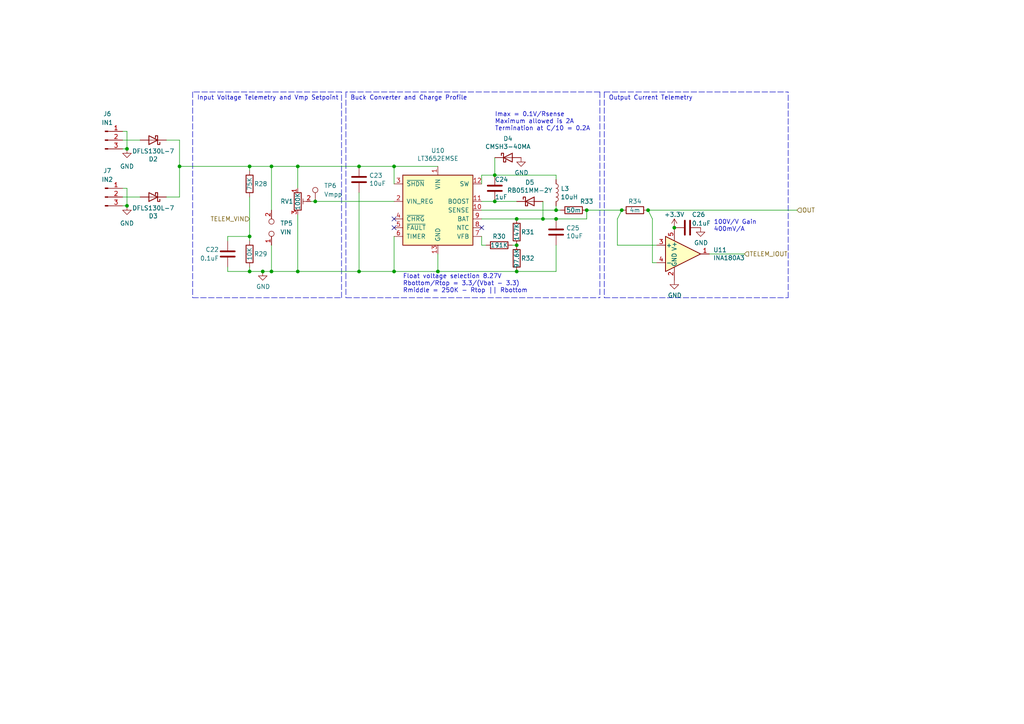
<source format=kicad_sch>
(kicad_sch (version 20211123) (generator eeschema)
  (paper "A4")
  (lib_symbols
    (symbol "Amplifier_Current:INA138" (pin_names (offset 0.127))
      (property "Reference" "U" (at 3.81 5.08 0))
      (property "Value" "INA138" (at 3.81 2.54 0))
      (symbol "INA138_0_1"
        (polyline (pts (xy -5.08 5.08) (xy 5.08 0) (xy -5.08 -5.08) (xy -5.08 5.08)) (stroke (width 0.254)) (fill (type background)))
      )
      (symbol "INA138_1_1"
        (pin output line (at 7.62 0 180) (length 2.54) (name "~") (number "1"))
        (pin power_in line (at -2.54 -7.62 90) (length 3.81) (name "GND") (number "2"))
        (pin input line (at -7.62 2.54 0) (length 2.54) (name "+") (number "3"))
        (pin input line (at -7.62 -2.54 0) (length 2.54) (name "-") (number "4"))
        (pin power_in line (at -2.54 7.62 270) (length 3.81) (name "V+") (number "5"))
      )
    )
    (symbol "Battery_Management:LT3652EMSE" (pin_names (offset 1.016))
      (property "Reference" "U" (at -8.382 11.43 0))
      (property "Value" "LT3652EMSE" (at 1.778 11.684 0))
      (symbol "LT3652EMSE_0_1"
        (rectangle (start -10.16 10.16) (end 10.16 -10.16) (stroke (width 0.254)) (fill (type background)))
      )
      (symbol "LT3652EMSE_1_1"
        (pin power_in line (at 0 12.7 270) (length 2.54) (name "VIN") (number "1"))
        (pin input line (at 12.7 0 180) (length 2.54) (name "SENSE") (number "10"))
        (pin input line (at 12.7 2.54 180) (length 2.54) (name "BOOST") (number "11"))
        (pin output line (at 12.7 7.62 180) (length 2.54) (name "SW") (number "12"))
        (pin power_in line (at 0 -12.7 90) (length 2.54) (name "GND") (number "13"))
        (pin input line (at -12.7 2.54 0) (length 2.54) (name "VIN_REG") (number "2"))
        (pin input line (at -12.7 7.62 0) (length 2.54) (name "~{SHDN}") (number "3"))
        (pin open_collector line (at -12.7 -2.54 0) (length 2.54) (name "~{CHRG}") (number "4"))
        (pin open_collector line (at -12.7 -5.08 0) (length 2.54) (name "~{FAULT}") (number "5"))
        (pin output line (at -12.7 -7.62 0) (length 2.54) (name "TIMER") (number "6"))
        (pin input line (at 12.7 -7.62 180) (length 2.54) (name "VFB") (number "7"))
        (pin input line (at 12.7 -5.08 180) (length 2.54) (name "NTC") (number "8"))
        (pin output line (at 12.7 -2.54 180) (length 2.54) (name "BAT") (number "9"))
      )
    )
    (symbol "Connector:Conn_01x03_Male" (pin_names (offset 1.016) hide)
      (property "Reference" "J" (at 0 5.08 0))
      (property "Value" "Conn_01x03_Male" (at 0 -5.08 0))
      (symbol "Conn_01x03_Male_1_1"
        (polyline (pts (xy 1.27 -2.54) (xy 0.8636 -2.54)) (stroke (width 0.1524)))
        (polyline (pts (xy 1.27 0) (xy 0.8636 0)) (stroke (width 0.1524)))
        (polyline (pts (xy 1.27 2.54) (xy 0.8636 2.54)) (stroke (width 0.1524)))
        (rectangle (start 0.8636 -2.413) (end 0 -2.667) (stroke (width 0.1524)) (fill (type outline)))
        (rectangle (start 0.8636 0.127) (end 0 -0.127) (stroke (width 0.1524)) (fill (type outline)))
        (rectangle (start 0.8636 2.667) (end 0 2.413) (stroke (width 0.1524)) (fill (type outline)))
        (pin passive line (at 5.08 2.54 180) (length 3.81) (name "Pin_1") (number "1"))
        (pin passive line (at 5.08 0 180) (length 3.81) (name "Pin_2") (number "2"))
        (pin passive line (at 5.08 -2.54 180) (length 3.81) (name "Pin_3") (number "3"))
      )
    )
    (symbol "Connector:TestPoint" (pin_numbers hide) (pin_names (offset 0.762) hide)
      (property "Reference" "TP" (at 0 6.858 0))
      (property "Value" "TestPoint" (at 0 5.08 0))
      (symbol "TestPoint_0_1"
        (circle (center 0 3.302) (radius 0.762))
      )
      (symbol "TestPoint_1_1"
        (pin passive line (at 0 0 90) (length 2.54) (name "1") (number "1"))
      )
    )
    (symbol "Connector:TestPoint_2Pole" (pin_names (offset 0.762) hide)
      (property "Reference" "TP" (at 0 1.524 0))
      (property "Value" "TestPoint_2Pole" (at 0 -1.778 0))
      (symbol "TestPoint_2Pole_0_1"
        (circle (center -1.778 0) (radius 0.762))
        (circle (center 1.778 0) (radius 0.762))
        (pin passive line (at -5.08 0 0) (length 2.54) (name "1") (number "1"))
        (pin passive line (at 5.08 0 180) (length 2.54) (name "2") (number "2"))
      )
    )
    (symbol "Device:C" (pin_numbers hide) (pin_names (offset 0.254))
      (property "Reference" "C" (at 0.635 2.54 0))
      (property "Value" "C" (at 0.635 -2.54 0))
      (symbol "C_0_1"
        (polyline (pts (xy -2.032 -0.762) (xy 2.032 -0.762)) (stroke (width 0.508)))
        (polyline (pts (xy -2.032 0.762) (xy 2.032 0.762)) (stroke (width 0.508)))
      )
      (symbol "C_1_1"
        (pin passive line (at 0 3.81 270) (length 2.794) (name "~") (number "1"))
        (pin passive line (at 0 -3.81 90) (length 2.794) (name "~") (number "2"))
      )
    )
    (symbol "Device:D_Schottky" (pin_numbers hide) (pin_names (offset 1.016) hide)
      (property "Reference" "D" (at 0 2.54 0))
      (property "Value" "D_Schottky" (at 0 -2.54 0))
      (symbol "D_Schottky_0_1"
        (polyline (pts (xy 1.27 0) (xy -1.27 0)))
        (polyline (pts (xy 1.27 1.27) (xy 1.27 -1.27) (xy -1.27 0) (xy 1.27 1.27)) (stroke (width 0.254)))
        (polyline (pts (xy -1.905 0.635) (xy -1.905 1.27) (xy -1.27 1.27) (xy -1.27 -1.27) (xy -0.635 -1.27) (xy -0.635 -0.635)) (stroke (width 0.254)))
      )
      (symbol "D_Schottky_1_1"
        (pin passive line (at -3.81 0 0) (length 2.54) (name "K") (number "1"))
        (pin passive line (at 3.81 0 180) (length 2.54) (name "A") (number "2"))
      )
    )
    (symbol "Device:L" (pin_numbers hide) (pin_names (offset 1.016) hide)
      (property "Reference" "L" (at -1.27 0 90))
      (property "Value" "L" (at 1.905 0 90))
      (symbol "L_0_1"
        (arc (start 0 -2.54) (mid 0.635 -1.905) (end 0 -1.27))
        (arc (start 0 -1.27) (mid 0.635 -0.635) (end 0 0))
        (arc (start 0 0) (mid 0.635 0.635) (end 0 1.27))
        (arc (start 0 1.27) (mid 0.635 1.905) (end 0 2.54))
      )
      (symbol "L_1_1"
        (pin passive line (at 0 3.81 270) (length 1.27) (name "1") (number "1"))
        (pin passive line (at 0 -3.81 90) (length 1.27) (name "2") (number "2"))
      )
    )
    (symbol "Device:R" (pin_numbers hide) (pin_names (offset 0))
      (property "Reference" "R" (at 2.032 0 90))
      (property "Value" "R" (at 0 0 90))
      (symbol "R_0_1"
        (rectangle (start -1.016 -2.54) (end 1.016 2.54) (stroke (width 0.254)))
      )
      (symbol "R_1_1"
        (pin passive line (at 0 3.81 270) (length 1.27) (name "~") (number "1"))
        (pin passive line (at 0 -3.81 90) (length 1.27) (name "~") (number "2"))
      )
    )
    (symbol "Device:R_Potentiometer_Trim" (pin_names (offset 1.016) hide)
      (property "Reference" "RV" (at -4.445 0 90))
      (property "Value" "R_Potentiometer_Trim" (at -2.54 0 90))
      (symbol "R_Potentiometer_Trim_0_1"
        (polyline (pts (xy 1.524 0.762) (xy 1.524 -0.762)))
        (polyline (pts (xy 2.54 0) (xy 1.524 0)))
        (rectangle (start 1.016 2.54) (end -1.016 -2.54) (stroke (width 0.254)))
      )
      (symbol "R_Potentiometer_Trim_1_1"
        (pin passive line (at 0 3.81 270) (length 1.27) (name "1") (number "1"))
        (pin passive line (at 3.81 0 180) (length 1.27) (name "2") (number "2"))
        (pin passive line (at 0 -3.81 90) (length 1.27) (name "3") (number "3"))
      )
    )
    (symbol "power:+3.3V" (power) (pin_names (offset 0))
      (property "Value" "+3.3V" (at 0 3.556 0))
      (symbol "+3.3V_0_1"
        (polyline (pts (xy -0.762 1.27) (xy 0 2.54)))
        (polyline (pts (xy 0 0) (xy 0 2.54)))
        (polyline (pts (xy 0 2.54) (xy 0.762 1.27)))
      )
      (symbol "+3.3V_1_1"
        (pin power_in line (at 0 0 90) (length 0) hide (name "+3.3V") (number "1"))
      )
    )
    (symbol "power:GND" (power) (pin_names (offset 0))
      (property "Value" "GND" (at 0 -3.81 0))
      (symbol "GND_0_1"
        (polyline (pts (xy 0 0) (xy 0 -1.27) (xy 1.27 -1.27) (xy 0 -2.54) (xy -1.27 -1.27) (xy 0 -1.27)))
      )
      (symbol "GND_1_1"
        (pin power_in line (at 0 0 270) (length 0) hide (name "GND") (number "1"))
      )
    )
  )
  (junction (at 170.18 60.96))
  (junction (at 180.34 60.96))
  (junction (at 86.36 48.26))
  (junction (at 149.86 71.12))
  (junction (at 114.3 78.74))
  (junction (at 104.14 48.26))
  (junction (at 143.51 50.8))
  (junction (at 52.07 48.26))
  (junction (at 143.51 58.42))
  (junction (at 78.74 78.74))
  (junction (at 157.48 63.5))
  (junction (at 72.39 48.26))
  (junction (at 86.36 78.74))
  (junction (at 127 78.74))
  (junction (at 78.74 48.26))
  (junction (at 72.39 78.74))
  (junction (at 149.86 63.5))
  (junction (at 36.83 59.69))
  (junction (at 149.86 78.74))
  (junction (at 72.39 68.58))
  (junction (at 187.96 60.96))
  (junction (at 114.3 48.26))
  (junction (at 104.14 78.74))
  (junction (at 161.29 63.5))
  (junction (at 76.2 78.74))
  (junction (at 36.83 43.18))
  (junction (at 195.58 66.04))
  (junction (at 91.44 58.42))
  (junction (at 161.29 60.96))
  (no_connect (at 139.7 66.04))
  (no_connect (at 114.3 66.04))
  (no_connect (at 114.3 63.5))
  (wire (pts (xy 72.39 68.58) (xy 72.39 69.85)))
  (wire (pts (xy 36.83 43.18) (xy 36.83 38.1)))
  (wire (pts (xy 143.51 50.8) (xy 143.51 45.72)))
  (wire (pts (xy 36.83 38.1) (xy 35.56 38.1)))
  (wire (pts (xy 114.3 78.74) (xy 104.14 78.74)))
  (wire (pts (xy 149.86 63.5) (xy 139.7 63.5)))
  (wire (pts (xy 72.39 78.74) (xy 66.04 78.74)))
  (polyline (pts (xy 99.06 26.67) (xy 55.88 26.67)))
  (wire (pts (xy 91.44 58.42) (xy 114.3 58.42)))
  (polyline (pts (xy 173.99 26.67) (xy 173.99 86.36)))
  (wire (pts (xy 52.07 48.26) (xy 52.07 57.15)))
  (wire (pts (xy 189.23 63.5) (xy 187.96 60.96)))
  (wire (pts (xy 36.83 54.61) (xy 35.56 54.61)))
  (wire (pts (xy 72.39 49.53) (xy 72.39 48.26)))
  (wire (pts (xy 52.07 40.64) (xy 52.07 48.26)))
  (wire (pts (xy 161.29 78.74) (xy 161.29 71.12)))
  (wire (pts (xy 114.3 53.34) (xy 114.3 48.26)))
  (wire (pts (xy 139.7 60.96) (xy 161.29 60.96)))
  (wire (pts (xy 162.56 60.96) (xy 161.29 60.96)))
  (wire (pts (xy 72.39 57.15) (xy 72.39 68.58)))
  (wire (pts (xy 143.51 50.8) (xy 139.7 50.8)))
  (wire (pts (xy 78.74 78.74) (xy 86.36 78.74)))
  (wire (pts (xy 127 78.74) (xy 114.3 78.74)))
  (polyline (pts (xy 100.33 86.36) (xy 173.99 86.36)))
  (wire (pts (xy 66.04 78.74) (xy 66.04 77.47)))
  (wire (pts (xy 149.86 63.5) (xy 157.48 63.5)))
  (wire (pts (xy 86.36 62.23) (xy 86.36 78.74)))
  (polyline (pts (xy 175.26 26.67) (xy 175.26 86.36)))
  (polyline (pts (xy 55.88 86.36) (xy 99.06 86.36)))
  (wire (pts (xy 161.29 52.07) (xy 161.29 50.8)))
  (wire (pts (xy 161.29 63.5) (xy 170.18 63.5)))
  (wire (pts (xy 149.86 71.12) (xy 148.59 71.12)))
  (polyline (pts (xy 100.33 26.67) (xy 100.33 86.36)))
  (wire (pts (xy 104.14 55.88) (xy 104.14 78.74)))
  (wire (pts (xy 143.51 50.8) (xy 161.29 50.8)))
  (wire (pts (xy 86.36 78.74) (xy 104.14 78.74)))
  (wire (pts (xy 78.74 71.12) (xy 78.74 78.74)))
  (wire (pts (xy 36.83 59.69) (xy 36.83 54.61)))
  (wire (pts (xy 86.36 48.26) (xy 86.36 54.61)))
  (wire (pts (xy 78.74 48.26) (xy 86.36 48.26)))
  (wire (pts (xy 189.23 76.2) (xy 190.5 76.2)))
  (wire (pts (xy 180.34 60.96) (xy 179.07 63.5)))
  (wire (pts (xy 114.3 48.26) (xy 104.14 48.26)))
  (wire (pts (xy 170.18 60.96) (xy 180.34 60.96)))
  (polyline (pts (xy 99.06 86.36) (xy 99.06 26.67)))
  (wire (pts (xy 127 73.66) (xy 127 78.74)))
  (polyline (pts (xy 175.26 86.36) (xy 228.6 86.36)))
  (wire (pts (xy 170.18 63.5) (xy 170.18 60.96)))
  (wire (pts (xy 76.2 78.74) (xy 78.74 78.74)))
  (wire (pts (xy 189.23 63.5) (xy 189.23 76.2)))
  (wire (pts (xy 139.7 58.42) (xy 143.51 58.42)))
  (wire (pts (xy 66.04 69.85) (xy 66.04 68.58)))
  (polyline (pts (xy 173.99 26.67) (xy 100.33 26.67)))
  (wire (pts (xy 179.07 71.12) (xy 190.5 71.12)))
  (polyline (pts (xy 175.26 26.67) (xy 228.6 26.67)))
  (wire (pts (xy 157.48 63.5) (xy 161.29 63.5)))
  (wire (pts (xy 143.51 58.42) (xy 149.86 58.42)))
  (wire (pts (xy 140.97 71.12) (xy 139.7 71.12)))
  (wire (pts (xy 90.17 58.42) (xy 91.44 58.42)))
  (wire (pts (xy 48.26 40.64) (xy 52.07 40.64)))
  (wire (pts (xy 205.74 73.66) (xy 215.9 73.66)))
  (wire (pts (xy 86.36 48.26) (xy 104.14 48.26)))
  (wire (pts (xy 139.7 71.12) (xy 139.7 68.58)))
  (wire (pts (xy 52.07 48.26) (xy 72.39 48.26)))
  (wire (pts (xy 72.39 48.26) (xy 78.74 48.26)))
  (wire (pts (xy 72.39 78.74) (xy 76.2 78.74)))
  (wire (pts (xy 35.56 40.64) (xy 40.64 40.64)))
  (wire (pts (xy 149.86 78.74) (xy 161.29 78.74)))
  (wire (pts (xy 179.07 63.5) (xy 179.07 71.12)))
  (wire (pts (xy 35.56 43.18) (xy 36.83 43.18)))
  (wire (pts (xy 35.56 57.15) (xy 40.64 57.15)))
  (wire (pts (xy 72.39 77.47) (xy 72.39 78.74)))
  (wire (pts (xy 161.29 60.96) (xy 161.29 59.69)))
  (polyline (pts (xy 55.88 26.67) (xy 55.88 86.36)))
  (wire (pts (xy 66.04 68.58) (xy 72.39 68.58)))
  (polyline (pts (xy 228.6 86.36) (xy 228.6 26.67)))
  (wire (pts (xy 114.3 68.58) (xy 114.3 78.74)))
  (wire (pts (xy 139.7 50.8) (xy 139.7 53.34)))
  (wire (pts (xy 187.96 60.96) (xy 231.14 60.96)))
  (wire (pts (xy 157.48 58.42) (xy 157.48 63.5)))
  (wire (pts (xy 35.56 59.69) (xy 36.83 59.69)))
  (wire (pts (xy 114.3 48.26) (xy 127 48.26)))
  (wire (pts (xy 78.74 48.26) (xy 78.74 60.96)))
  (wire (pts (xy 52.07 57.15) (xy 48.26 57.15)))
  (wire (pts (xy 149.86 78.74) (xy 127 78.74)))
  (text "100V/V Gain\n400mV/A" (at 207.01 67.31 0) (effects (font (size 1.27 1.27)) (justify left bottom)))
  (text "Imax = 0.1V/Rsense\nMaximum allowed is 2A\nTermination at C/10 = 0.2A" (at 143.51 38.1 0) (effects (font (size 1.27 1.27)) (justify left bottom)))
  (text "Input Voltage Telemetry and Vmp Setpoint" (at 57.15 29.21 0) (effects (font (size 1.27 1.27)) (justify left bottom)))
  (text "Buck Converter and Charge Profile" (at 101.6 29.21 0) (effects (font (size 1.27 1.27)) (justify left bottom)))
  (text "Output Current Telemetry" (at 176.53 29.21 0) (effects (font (size 1.27 1.27)) (justify left bottom)))
  (text "Float voltage selection 8.27V\nRbottom/Rtop = 3.3/(Vbat - 3.3)\nRmiddle = 250K - Rtop || Rbottom\n" (at 116.84 85.09 0) (effects (font (size 1.27 1.27)) (justify left bottom)))
  (hierarchical_label "TELEM_VIN" (shape input) (at 72.39 63.5 180))
  (hierarchical_label "OUT" (shape input) (at 231.14 60.96 0))
  (hierarchical_label "TELEM_IOUT" (shape input) (at 215.9 73.66 0))
  (symbol (lib_id "Device:R") (at 149.86 74.93 180) (unit 1)
    (property "Reference" "R32" (at 151.13 74.93 0) (effects (justify right)))
    (property "Value" "97.6K" (at 149.86 74.93 90))
    (property "Footprint" "Resistor_SMD:R_0805_2012Metric" (effects hide))
  )
  (symbol (lib_id "Connector:Conn_01x03_Male") (at 30.48 57.15 0) (unit 1)
    (property "Reference" "J7" (at 31.115 49.53 0))
    (property "Value" "IN2" (at 31.115 52.07 0))
    (property "Footprint" "Connector_PinHeader_2.54mm:PinHeader_1x03_P2.54mm_Vertical" (effects hide))
  )
  (symbol (lib_id "Device:R") (at 72.39 73.66 0) (unit 1)
    (property "Reference" "R29" (at 73.66 73.66 0) (effects (justify left)))
    (property "Value" "10K" (at 72.39 73.66 90))
    (property "Footprint" "Resistor_SMD:R_0805_2012Metric" (effects hide))
  )
  (symbol (lib_id "Connector:TestPoint_2Pole") (at 78.74 66.04 90) (unit 1)
    (property "Reference" "TP5" (at 81.28 64.7699 90) (effects (justify right)))
    (property "Value" "VIN" (at 81.28 67.3099 90) (effects (justify right)))
    (property "Footprint" "TestPoint:TestPoint_2Pads_Pitch2.54mm_Drill0.8mm" (effects hide))
  )
  (symbol (lib_id "Device:C") (at 199.39 66.04 90) (unit 1)
    (property "Reference" "C26" (at 200.66 62.23 90) (effects (justify right)))
    (property "Value" "0.1uF" (at 200.66 64.77 90) (effects (justify right)))
    (property "Footprint" "Capacitor_SMD:C_0805_2012Metric" (effects hide))
  )
  (symbol (lib_id "power:GND") (at 151.13 45.72 0) (unit 1)
    (property "Reference" "#PWR054" (effects hide))
    (property "Value" "GND" (at 151.257 50.1142 0))
  )
  (symbol (lib_id "Device:R") (at 166.37 60.96 270) (unit 1)
    (property "Reference" "R33" (at 170.18 58.42 90))
    (property "Value" "50m" (at 166.37 60.96 90))
    (property "Footprint" "Resistor_SMD:R_1206_3216Metric" (effects hide))
  )
  (symbol (lib_id "power:GND") (at 36.83 59.69 0) (unit 1)
    (property "Reference" "#PWR052" (effects hide))
    (property "Value" "GND" (at 36.83 64.77 0))
  )
  (symbol (lib_id "Device:R") (at 144.78 71.12 270) (unit 1)
    (property "Reference" "R30" (at 144.78 68.58 90))
    (property "Value" "191K" (at 144.78 71.12 90))
    (property "Footprint" "Resistor_SMD:R_0805_2012Metric" (effects hide))
  )
  (symbol (lib_id "Connector:TestPoint") (at 91.44 58.42 0) (unit 1)
    (property "Reference" "TP6" (at 93.98 53.8479 0) (effects (justify left)))
    (property "Value" "Vmpp" (at 93.98 56.3879 0) (effects (justify left)))
    (property "Footprint" "TestPoint:TestPoint_Pad_2.0x2.0mm" (effects hide))
  )
  (symbol (lib_id "Device:C") (at 104.14 52.07 0) (unit 1)
    (property "Reference" "C23" (at 107.061 50.9016 0) (effects (justify left)))
    (property "Value" "10uF" (at 107.061 53.213 0) (effects (justify left)))
    (property "Footprint" "Capacitor_SMD:C_0805_2012Metric" (effects hide))
  )
  (symbol (lib_id "Amplifier_Current:INA138") (at 198.12 73.66 0) (unit 1)
    (property "Reference" "U11" (at 206.8576 72.4916 0) (effects (justify left)))
    (property "Value" "INA180A3" (at 206.8576 74.803 0) (effects (justify left)))
    (property "Footprint" "Package_TO_SOT_SMD:SOT-23-5" (effects hide))
    (property "Datasheet" "http://www.ti.com/lit/ds/symlink/ina138.pdf" (effects hide))
  )
  (symbol (lib_id "Device:R") (at 149.86 67.31 180) (unit 1)
    (property "Reference" "R31" (at 151.13 67.31 0) (effects (justify right)))
    (property "Value" "147K" (at 149.86 67.31 90))
    (property "Footprint" "Resistor_SMD:R_0805_2012Metric" (effects hide))
  )
  (symbol (lib_id "Device:R") (at 72.39 53.34 0) (unit 1)
    (property "Reference" "R28" (at 73.66 53.34 0) (effects (justify left)))
    (property "Value" "75K" (at 72.39 53.34 90))
    (property "Footprint" "Resistor_SMD:R_0805_2012Metric" (effects hide))
  )
  (symbol (lib_id "Device:R_Potentiometer_Trim") (at 86.36 58.42 0) (unit 1)
    (property "Reference" "RV1" (at 85.09 58.42 0) (effects (justify right)))
    (property "Value" "100K" (at 86.36 58.42 90))
    (property "Footprint" "piridium-bus:Bourns PVG3A" (effects hide))
  )
  (symbol (lib_id "power:GND") (at 36.83 43.18 0) (unit 1)
    (property "Reference" "#PWR051" (effects hide))
    (property "Value" "GND" (at 36.83 48.26 0))
  )
  (symbol (lib_id "Device:L") (at 161.29 55.88 0) (unit 1)
    (property "Reference" "L3" (at 162.6362 54.7116 0) (effects (justify left)))
    (property "Value" "10uH" (at 162.56 57.15 0) (effects (justify left)))
    (property "Footprint" "Inductor_SMD:L_AVX_LMLP07A7" (effects hide))
  )
  (symbol (lib_id "power:GND") (at 76.2 78.74 0) (unit 1)
    (property "Reference" "#PWR053" (effects hide))
    (property "Value" "GND" (at 76.327 83.1342 0))
  )
  (symbol (lib_id "Connector:Conn_01x03_Male") (at 30.48 40.64 0) (unit 1)
    (property "Reference" "J6" (at 31.115 33.02 0))
    (property "Value" "IN1" (at 31.115 35.56 0))
    (property "Footprint" "Connector_PinHeader_2.54mm:PinHeader_1x03_P2.54mm_Vertical" (effects hide))
  )
  (symbol (lib_id "Device:D_Schottky") (at 44.45 57.15 180) (unit 1)
    (property "Reference" "D3" (at 44.45 62.6618 0))
    (property "Value" "DFLS130L-7" (at 44.45 60.3504 0))
    (property "Footprint" "Diode_SMD:D_SOD-123" (effects hide))
  )
  (symbol (lib_id "Device:D_Schottky") (at 147.32 45.72 0) (unit 1)
    (property "Reference" "D4" (at 147.32 40.2082 0))
    (property "Value" "CMSH3-40MA" (at 147.32 42.5196 0))
    (property "Footprint" "Diode_SMD:D_SMA" (effects hide))
  )
  (symbol (lib_id "Device:C") (at 66.04 73.66 0) (mirror y) (unit 1)
    (property "Reference" "C22" (at 63.5 72.39 0) (effects (justify left)))
    (property "Value" "0.1uF" (at 63.5 74.93 0) (effects (justify left)))
    (property "Footprint" "Capacitor_SMD:C_0805_2012Metric" (effects hide))
  )
  (symbol (lib_id "Device:D_Schottky") (at 44.45 40.64 180) (unit 1)
    (property "Reference" "D2" (at 44.45 46.1518 0))
    (property "Value" "DFLS130L-7" (at 44.45 43.8404 0))
    (property "Footprint" "Diode_SMD:D_SOD-123" (effects hide))
  )
  (symbol (lib_id "Device:R") (at 184.15 60.96 270) (unit 1)
    (property "Reference" "R34" (at 184.15 58.42 90))
    (property "Value" "4m" (at 184.15 60.96 90))
    (property "Footprint" "Resistor_SMD:R_1206_3216Metric" (effects hide))
  )
  (symbol (lib_id "power:+3.3V") (at 195.58 66.04 0) (unit 1)
    (property "Reference" "#PWR055" (effects hide))
    (property "Value" "+3.3V" (at 195.58 62.23 0))
  )
  (symbol (lib_id "power:GND") (at 195.58 81.28 0) (unit 1)
    (property "Reference" "#PWR056" (effects hide))
    (property "Value" "GND" (at 195.707 85.6742 0))
  )
  (symbol (lib_id "Device:C") (at 143.51 54.61 0) (unit 1)
    (property "Reference" "C24" (at 143.51 52.07 0) (effects (justify left)))
    (property "Value" "1uF" (at 143.51 57.15 0) (effects (justify left)))
    (property "Footprint" "Capacitor_SMD:C_0805_2012Metric" (effects hide))
  )
  (symbol (lib_id "Device:D_Schottky") (at 153.67 58.42 0) (unit 1)
    (property "Reference" "D5" (at 153.67 52.9082 0))
    (property "Value" "RB051MM-2Y" (at 153.67 55.2196 0))
    (property "Footprint" "Diode_SMD:D_SOD-123F" (effects hide))
  )
  (symbol (lib_id "Battery_Management:LT3652EMSE") (at 127 60.96 0) (unit 1)
    (property "Reference" "U10" (at 127 43.6626 0))
    (property "Value" "LT3652EMSE" (at 127 45.974 0))
    (property "Footprint" "Package_SO:MSOP-12-1EP_3x4mm_P0.65mm_EP1.65x2.85mm" (effects hide))
    (property "Datasheet" "https://www.analog.com/media/en/technical-documentation/data-sheets/3652fe.pdf" (effects hide))
  )
  (symbol (lib_id "power:GND") (at 203.2 66.04 0) (unit 1)
    (property "Reference" "#PWR057" (effects hide))
    (property "Value" "GND" (at 203.327 70.4342 0))
  )
  (symbol (lib_id "Device:C") (at 161.29 67.31 0) (unit 1)
    (property "Reference" "C25" (at 164.211 66.1416 0) (effects (justify left)))
    (property "Value" "10uF" (at 164.211 68.453 0) (effects (justify left)))
    (property "Footprint" "Capacitor_SMD:C_0805_2012Metric" (effects hide))
  )
)
</source>
